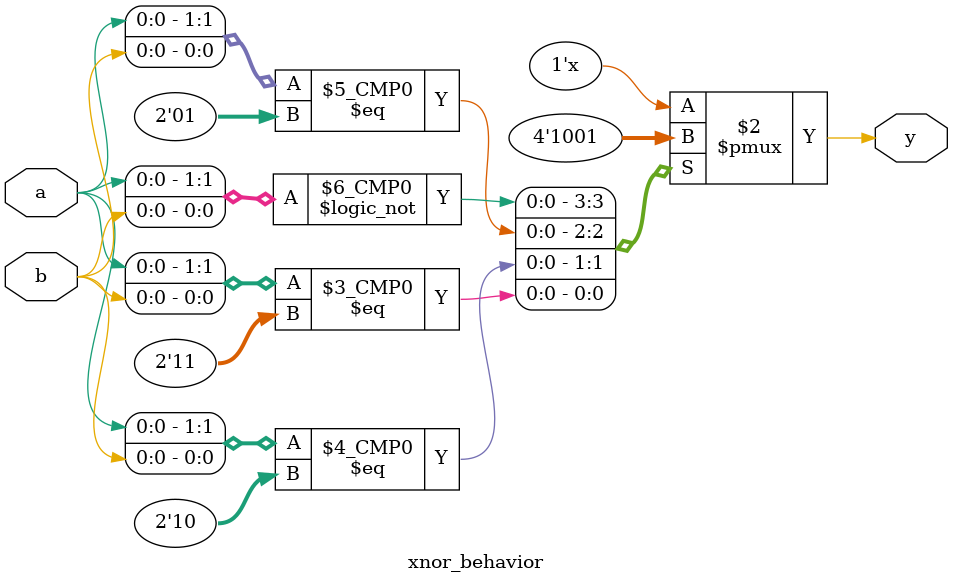
<source format=v>
module xnor_behavior(y,a,b);
output y;
input a,b;
reg y; 
always @ (a or b)
begin 
case ({a, b})
2'b00: begin y = 1; end 
2'b01: begin y = 0; end
2'b10: begin y = 0; end
2'b11: begin y = 1; end
endcase
end
endmodule
</source>
